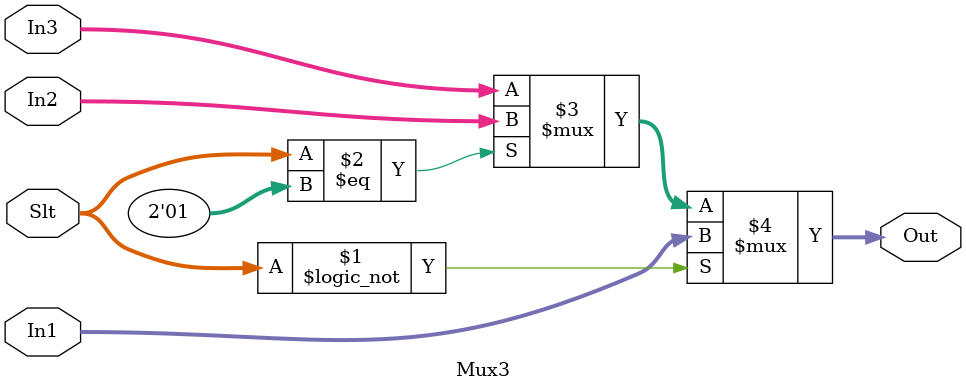
<source format=v>
`timescale 1ns / 1ps
module Mux3 #(parameter WIDTH=4)(
    input [WIDTH-1:0] In1,
    input [WIDTH-1:0] In2,
	 input [WIDTH-1:0] In3,
    input [1:0] Slt,
    output [WIDTH-1:0] Out
    );
assign Out=(Slt==2'b00)?In1:
(Slt==2'b01)?In2:In3;

endmodule

</source>
